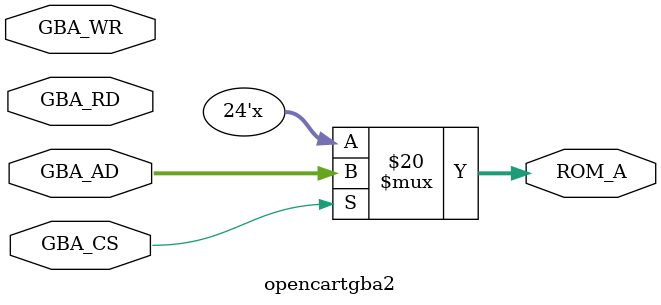
<source format=v>
module opencartgba2(
	// GBA (GamePak) Interface
	input [23:0] GBA_AD,
	input GBA_CS,
	input GBA_WR,
	input GBA_RD,
	// ROM (Flash) Interface
	output reg[23:0] ROM_A
	);

reg[23:0] ROM_A_NEXT;
	
always @ (GBA_CS, GBA_RD, GBA_WR, GBA_AD)
begin
	if (GBA_CS)
		begin
			ROM_A = GBA_AD;
			ROM_A_NEXT = GBA_AD;
		end
	else if (!GBA_RD || !GBA_WR)
		ROM_A_NEXT = ROM_A + 24'b1;
	else
		ROM_A = ROM_A_NEXT;
end

endmodule
</source>
